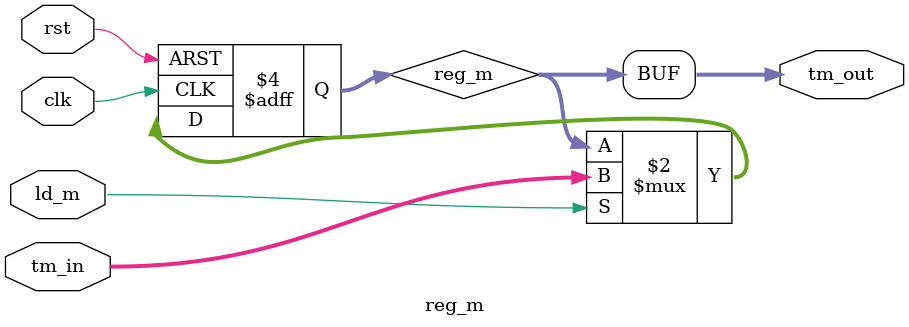
<source format=v>
module reg_m(
input [11:0] tm_in,
input clk , rst, ld_m,
output [11:0] tm_out
);
reg [11:0] reg_m;
always @(posedge clk or posedge rst ) begin
if (rst)
reg_m <=0;
else if (ld_m)
reg_m <= tm_in;
end
assign tm_out = reg_m;

endmodule
</source>
